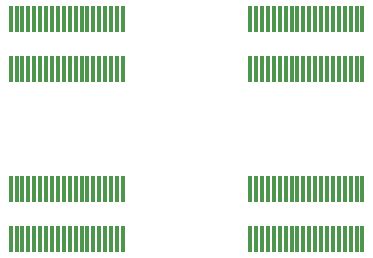
<source format=gbr>
G04 #@! TF.GenerationSoftware,KiCad,Pcbnew,(5.1.6)-1*
G04 #@! TF.CreationDate,2020-07-22T15:01:34-06:00*
G04 #@! TF.ProjectId,Gateway04,47617465-7761-4793-9034-2e6b69636164,rev?*
G04 #@! TF.SameCoordinates,Original*
G04 #@! TF.FileFunction,Paste,Top*
G04 #@! TF.FilePolarity,Positive*
%FSLAX46Y46*%
G04 Gerber Fmt 4.6, Leading zero omitted, Abs format (unit mm)*
G04 Created by KiCad (PCBNEW (5.1.6)-1) date 2020-07-22 15:01:34*
%MOMM*%
%LPD*%
G01*
G04 APERTURE LIST*
%ADD10R,0.300000X2.200000*%
G04 APERTURE END LIST*
D10*
X86960000Y-97907000D03*
X84960000Y-97907000D03*
X87460000Y-97907000D03*
X83960000Y-97907000D03*
X85960000Y-97907000D03*
X85460000Y-97907000D03*
X88460000Y-97907000D03*
X84460000Y-97907000D03*
X86460000Y-97907000D03*
X87960000Y-97907000D03*
X86960000Y-93707000D03*
X84960000Y-93707000D03*
X87460000Y-93707000D03*
X83960000Y-93707000D03*
X85960000Y-93707000D03*
X85460000Y-93707000D03*
X88460000Y-93707000D03*
X84460000Y-93707000D03*
X86460000Y-93707000D03*
X87960000Y-93707000D03*
X78960000Y-93707000D03*
X78960000Y-97907000D03*
X79460000Y-93707000D03*
X79460000Y-97907000D03*
X79960000Y-93707000D03*
X79960000Y-97907000D03*
X80460000Y-93707000D03*
X80460000Y-97907000D03*
X80960000Y-93707000D03*
X80960000Y-97907000D03*
X81460000Y-93707000D03*
X81460000Y-97907000D03*
X81960000Y-93707000D03*
X81960000Y-97907000D03*
X82460000Y-93707000D03*
X82460000Y-97907000D03*
X82960000Y-93707000D03*
X82960000Y-97907000D03*
X83460000Y-93707000D03*
X83460000Y-97907000D03*
X107244000Y-97907000D03*
X105244000Y-97907000D03*
X107744000Y-97907000D03*
X104244000Y-97907000D03*
X106244000Y-97907000D03*
X105744000Y-97907000D03*
X108744000Y-97907000D03*
X104744000Y-97907000D03*
X106744000Y-97907000D03*
X108244000Y-97907000D03*
X107244000Y-93707000D03*
X105244000Y-93707000D03*
X107744000Y-93707000D03*
X104244000Y-93707000D03*
X106244000Y-93707000D03*
X105744000Y-93707000D03*
X108744000Y-93707000D03*
X104744000Y-93707000D03*
X106744000Y-93707000D03*
X108244000Y-93707000D03*
X99244000Y-93707000D03*
X99244000Y-97907000D03*
X99744000Y-93707000D03*
X99744000Y-97907000D03*
X100244000Y-93707000D03*
X100244000Y-97907000D03*
X100744000Y-93707000D03*
X100744000Y-97907000D03*
X101244000Y-93707000D03*
X101244000Y-97907000D03*
X101744000Y-93707000D03*
X101744000Y-97907000D03*
X102244000Y-93707000D03*
X102244000Y-97907000D03*
X102744000Y-93707000D03*
X102744000Y-97907000D03*
X103244000Y-93707000D03*
X103244000Y-97907000D03*
X103744000Y-93707000D03*
X103744000Y-97907000D03*
X86960000Y-112293000D03*
X84960000Y-112293000D03*
X87460000Y-112293000D03*
X83960000Y-112293000D03*
X85960000Y-112293000D03*
X85460000Y-112293000D03*
X88460000Y-112293000D03*
X84460000Y-112293000D03*
X86460000Y-112293000D03*
X87960000Y-112293000D03*
X86960000Y-108093000D03*
X84960000Y-108093000D03*
X87460000Y-108093000D03*
X83960000Y-108093000D03*
X85960000Y-108093000D03*
X85460000Y-108093000D03*
X88460000Y-108093000D03*
X84460000Y-108093000D03*
X86460000Y-108093000D03*
X87960000Y-108093000D03*
X78960000Y-108093000D03*
X78960000Y-112293000D03*
X79460000Y-108093000D03*
X79460000Y-112293000D03*
X79960000Y-108093000D03*
X79960000Y-112293000D03*
X80460000Y-108093000D03*
X80460000Y-112293000D03*
X80960000Y-108093000D03*
X80960000Y-112293000D03*
X81460000Y-108093000D03*
X81460000Y-112293000D03*
X81960000Y-108093000D03*
X81960000Y-112293000D03*
X82460000Y-108093000D03*
X82460000Y-112293000D03*
X82960000Y-108093000D03*
X82960000Y-112293000D03*
X83460000Y-108093000D03*
X83460000Y-112293000D03*
X107244000Y-112293000D03*
X105244000Y-112293000D03*
X107744000Y-112293000D03*
X104244000Y-112293000D03*
X106244000Y-112293000D03*
X105744000Y-112293000D03*
X108744000Y-112293000D03*
X104744000Y-112293000D03*
X106744000Y-112293000D03*
X108244000Y-112293000D03*
X107244000Y-108093000D03*
X105244000Y-108093000D03*
X107744000Y-108093000D03*
X104244000Y-108093000D03*
X106244000Y-108093000D03*
X105744000Y-108093000D03*
X108744000Y-108093000D03*
X104744000Y-108093000D03*
X106744000Y-108093000D03*
X108244000Y-108093000D03*
X99244000Y-108093000D03*
X99244000Y-112293000D03*
X99744000Y-108093000D03*
X99744000Y-112293000D03*
X100244000Y-108093000D03*
X100244000Y-112293000D03*
X100744000Y-108093000D03*
X100744000Y-112293000D03*
X101244000Y-108093000D03*
X101244000Y-112293000D03*
X101744000Y-108093000D03*
X101744000Y-112293000D03*
X102244000Y-108093000D03*
X102244000Y-112293000D03*
X102744000Y-108093000D03*
X102744000Y-112293000D03*
X103244000Y-108093000D03*
X103244000Y-112293000D03*
X103744000Y-108093000D03*
X103744000Y-112293000D03*
M02*

</source>
